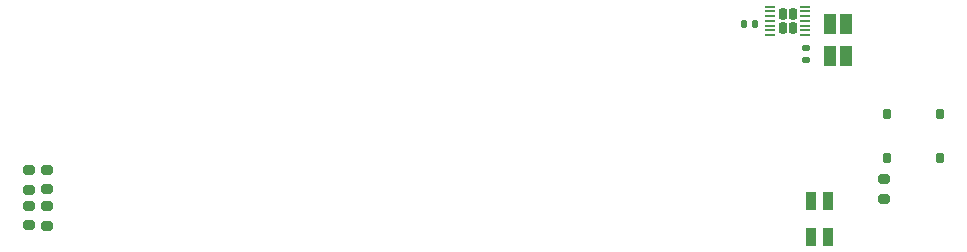
<source format=gtp>
%TF.GenerationSoftware,KiCad,Pcbnew,7.0.7*%
%TF.CreationDate,2023-09-30T14:16:22-04:00*%
%TF.ProjectId,bt-md-remote,62742d6d-642d-4726-956d-6f74652e6b69,rev?*%
%TF.SameCoordinates,Original*%
%TF.FileFunction,Paste,Top*%
%TF.FilePolarity,Positive*%
%FSLAX46Y46*%
G04 Gerber Fmt 4.6, Leading zero omitted, Abs format (unit mm)*
G04 Created by KiCad (PCBNEW 7.0.7) date 2023-09-30 14:16:22*
%MOMM*%
%LPD*%
G01*
G04 APERTURE LIST*
G04 Aperture macros list*
%AMRoundRect*
0 Rectangle with rounded corners*
0 $1 Rounding radius*
0 $2 $3 $4 $5 $6 $7 $8 $9 X,Y pos of 4 corners*
0 Add a 4 corners polygon primitive as box body*
4,1,4,$2,$3,$4,$5,$6,$7,$8,$9,$2,$3,0*
0 Add four circle primitives for the rounded corners*
1,1,$1+$1,$2,$3*
1,1,$1+$1,$4,$5*
1,1,$1+$1,$6,$7*
1,1,$1+$1,$8,$9*
0 Add four rect primitives between the rounded corners*
20,1,$1+$1,$2,$3,$4,$5,0*
20,1,$1+$1,$4,$5,$6,$7,0*
20,1,$1+$1,$6,$7,$8,$9,0*
20,1,$1+$1,$8,$9,$2,$3,0*%
G04 Aperture macros list end*
%ADD10RoundRect,0.180000X0.180000X0.295000X-0.180000X0.295000X-0.180000X-0.295000X0.180000X-0.295000X0*%
%ADD11RoundRect,0.050000X0.337500X0.050000X-0.337500X0.050000X-0.337500X-0.050000X0.337500X-0.050000X0*%
%ADD12RoundRect,0.200000X-0.275000X0.200000X-0.275000X-0.200000X0.275000X-0.200000X0.275000X0.200000X0*%
%ADD13R,0.900000X1.500000*%
%ADD14RoundRect,0.175000X0.175000X-0.275000X0.175000X0.275000X-0.175000X0.275000X-0.175000X-0.275000X0*%
%ADD15RoundRect,0.200000X0.275000X-0.200000X0.275000X0.200000X-0.275000X0.200000X-0.275000X-0.200000X0*%
%ADD16RoundRect,0.140000X-0.170000X0.140000X-0.170000X-0.140000X0.170000X-0.140000X0.170000X0.140000X0*%
%ADD17RoundRect,0.140000X-0.140000X-0.170000X0.140000X-0.170000X0.140000X0.170000X-0.140000X0.170000X0*%
%ADD18R,1.100000X1.750000*%
G04 APERTURE END LIST*
D10*
%TO.C,U15*%
X173927000Y-111588000D03*
X173927000Y-110408000D03*
X173037000Y-111588000D03*
X173037000Y-110408000D03*
D11*
X174969500Y-112198000D03*
X174969500Y-111798000D03*
X174969500Y-111398000D03*
X174969500Y-110998000D03*
X174969500Y-110598000D03*
X174969500Y-110198000D03*
X174969500Y-109798000D03*
X171994500Y-109798000D03*
X171994500Y-110198000D03*
X171994500Y-110598000D03*
X171994500Y-110998000D03*
X171994500Y-111398000D03*
X171994500Y-111798000D03*
X171994500Y-112198000D03*
%TD*%
D12*
%TO.C,R18*%
X109209316Y-126669971D03*
X109209316Y-128319971D03*
%TD*%
D13*
%TO.C,LED1*%
X176852987Y-129312000D03*
X175452987Y-129312000D03*
X176852987Y-126212000D03*
X175452987Y-126212000D03*
%TD*%
D14*
%TO.C,SW1*%
X181900000Y-118900000D03*
X186350000Y-118900000D03*
X181900000Y-122600000D03*
X186350000Y-122600000D03*
%TD*%
D15*
%TO.C,R16*%
X109220000Y-125285000D03*
X109220000Y-123635000D03*
%TD*%
D12*
%TO.C,R2*%
X181610000Y-124397000D03*
X181610000Y-126047000D03*
%TD*%
D16*
%TO.C,C31*%
X175006000Y-113340000D03*
X175006000Y-114300000D03*
%TD*%
D12*
%TO.C,R15*%
X110750638Y-123627805D03*
X110750638Y-125277805D03*
%TD*%
D17*
%TO.C,C30*%
X169770414Y-111247295D03*
X170730414Y-111247295D03*
%TD*%
D12*
%TO.C,R17*%
X110744000Y-126683000D03*
X110744000Y-128333000D03*
%TD*%
D18*
%TO.C,R19*%
X178438000Y-114002000D03*
X177038000Y-114002000D03*
X177038000Y-111252000D03*
X178438000Y-111252000D03*
%TD*%
M02*

</source>
